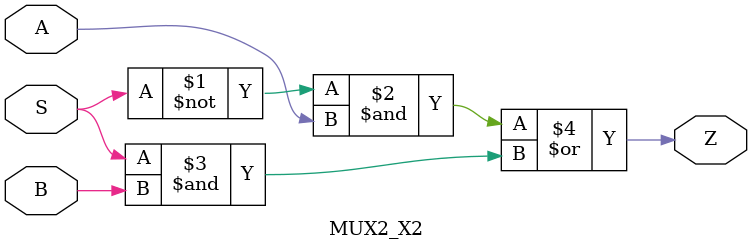
<source format=v>
`timescale 1ns / 1ps




//////////////////////////////////////////////////////////////////////////////////

module AND(
    input  A,
	 input  B,
    output Y
    );

 assign Y = A & B;

endmodule

//////////////////////////////////////////////////////////////////////////////////

module NAND(
    input  A,
	 input  B,
    output Y
    );

 assign Y = ~(A & B);

endmodule

//////////////////////////////////////////////////////////////////////////////////

module OR(
    input  A,
	 input  B,
    output Y
    );

 assign Y = A | B;

endmodule

//////////////////////////////////////////////////////////////////////////////////

module NOR(
    input  A,
	 input  B,
    output Y
    );

 assign Y = ~(A | B);

endmodule

//////////////////////////////////////////////////////////////////////////////////

module XOR(
    input  A,
	 input  B,
    output Y
    );

 assign Y = A ^ B;

endmodule

//////////////////////////////////////////////////////////////////////////////////

module XNOR(
    input  A,
	 input  B,
    output Y
    );

 assign Y = ~(A ^ B);

endmodule

//////////////////////////////////////////////////////////////////////////////////

module NOT(
    input  A,
    output Y
    );

 assign Y = ~A;

endmodule

//////////////////////////////////////////////////////////////////////////////////

module BUFF(
    input  A,
    output Y
    );

 assign Y = A;

endmodule

//////////////////////////////////////////////////////////////////////////////////

module DFF(
    input  C,
	 input  D,
    output reg Q = 1'b0
    );

	always @(posedge C) 
	begin
		Q <= D; 
	end 
	
endmodule

//////////////////////////////////////////////////////////////////////////////////

module DFF_X(
    input  C,
	 input  D,
    output reg Q = 1'b0,
    output QN
    );

	always @(posedge C) 
	begin
		Q <= D; 
	end 

	assign QN = ~Q;
	
endmodule

//////////////////////////////////////////////////////////////////////////////////

module Latch_X(
    input  E,
	 input  D,
    output reg Q = 1'b0,
    output QN
    );

	always @(E) 
	begin
		if (E)
			Q <= D; 
	end
	
	assign QN = ~Q;
		
endmodule

//////////////////////////////////////////////////////////////////////////////////
//////////////////////////////////////////////////////////////////////////////////

module BUF_X1(
    input  A,
    output Z
    );

	assign Z = A;
		
endmodule

//////////////////////////////////////////////////////////////////////////////////

module INV_X1(
    input  A,
    output ZN
    );

 assign ZN = ~A;

endmodule

module INV_X2(
    input  A,
    output ZN
    );

 assign ZN = ~A;

endmodule

module INV_X4(
    input  A,
    output ZN
    );

 assign ZN = ~A;

endmodule

//////////////////////////////////////////////////////////////////////////////////

module AND2_X1(
    input  A1,
	 input  A2,
    output ZN
    );

 assign ZN = A1 & A2;

endmodule

//////////////////////////////////////////////////////////////////////////////////

module XOR2_X1(
    input  A,
	 input  B,
    output Z
    );

 assign Z= A ^ B;

endmodule

module XOR2_X2(
    input  A,
	 input  B,
    output Z
    );

 assign Z= A ^ B;

endmodule

module XOR2_X4(
    input  A,
	 input  B,
    output Z
    );

 assign Z= A ^ B;

endmodule


//////////////////////////////////////////////////////////////////////////////////

module XNOR2_X1(
    input  A,
	 input  B,
    output ZN
    );

 assign ZN= ~(A ^ B);

endmodule

module XNOR2_X2(
    input  A,
	 input  B,
    output ZN
    );

 assign ZN= ~(A ^ B);

endmodule

module XnOR2_X4(
    input  A,
	 input  B,
    output ZN
    );

 assign ZN= ~(A ^ B);

endmodule

//////////////////////////////////////////////////////////////////////////////////

module OR2_X1(
    input  A1,
	 input  A2,
    output ZN
    );

 assign ZN= A1 | A2;

endmodule

module OR2_X2(
    input  A1,
	 input  A2,
    output ZN
    );

 assign ZN= A1 | A2;

endmodule

module OR2_X4(
    input  A1,
	 input  A2,
    output ZN
    );

 assign ZN= A1 | A2;

endmodule

//////////////////////////////////////////////////////////////////////////////////

module NOR2_X1(
    input  A1,
	 input  A2,
    output ZN
    );

 assign ZN= ~(A1 | A2);

endmodule

module NOR2_X2(
    input  A1,
	 input  A2,
    output ZN
    );

 assign ZN= ~(A1 | A2);

endmodule

module NOR2_X4(
    input  A1,
	 input  A2,
    output ZN
    );

 assign ZN= ~(A1 | A2);

endmodule

//////////////////////////////////////////////////////////////////////////////////

module NAND2_X1(
    input  A1,
	 input  A2,
    output ZN
    );

 assign ZN= ~(A1 & A2);

endmodule

module NAND2_X2(
    input  A1,
	 input  A2,
    output ZN
    );

 assign ZN= ~(A1 & A2);

endmodule

module NAND2_X4(
    input  A1,
	 input  A2,
    output ZN
    );

 assign ZN= ~(A1 & A2);

endmodule

//////////////////////////////////////////////////////////////////////////////////

module DFF_X1(
    input  D,
    input  CK,
    output reg Q = 1'b0,
    output QN
    );

	always @(posedge CK) 
	begin
		Q <= D; 
	end 
	
	assign QN = ~Q;
	
endmodule

//////////////////////////////////////////////////////////////////////////////////

module DFF_X2(
    input  D,
    input  CK,
    output reg Q = 1'b0,
    output QN
    );

	always @(posedge CK) 
	begin
		Q <= D; 
	end 
	
	assign QN = ~Q;
	
endmodule

//////////////////////////////////////////////////////////////////////////////////

module DFF_X4(
    input  D,
    input  CK,
    output reg Q = 1'b0,
    output QN
    );

	always @(posedge CK) 
	begin
		Q <= D; 
	end 
	
	assign QN = ~Q;
	
endmodule


//////////////////////////////////////////////////////////////////////////////////

module MUX2_X1(
    input  S,
	 input  A,
	 input  B,
    output Z
    );

 assign Z = ((~S) & A) | (S & B);

endmodule

module MUX2_X2(
    input  S,
	 input  A,
	 input  B,
    output Z
    );

 assign Z = ((~S) & A) | (S & B);

endmodule

//////////////////////////////////////////////////////////////////////////////////


</source>
